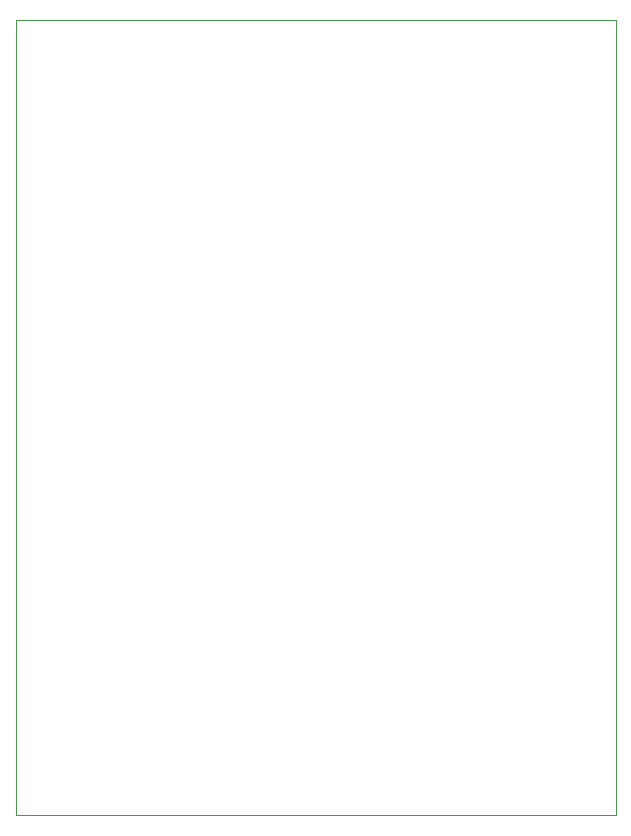
<source format=gm1>
G04 #@! TF.GenerationSoftware,KiCad,Pcbnew,5.1.2-f72e74a~84~ubuntu18.04.1*
G04 #@! TF.CreationDate,2019-06-13T20:11:50+02:00*
G04 #@! TF.ProjectId,cpu_luefter_ansteuerung,6370755f-6c75-4656-9674-65725f616e73,rev?*
G04 #@! TF.SameCoordinates,Original*
G04 #@! TF.FileFunction,Profile,NP*
%FSLAX46Y46*%
G04 Gerber Fmt 4.6, Leading zero omitted, Abs format (unit mm)*
G04 Created by KiCad (PCBNEW 5.1.2-f72e74a~84~ubuntu18.04.1) date 2019-06-13 20:11:50*
%MOMM*%
%LPD*%
G04 APERTURE LIST*
%ADD10C,0.100000*%
G04 APERTURE END LIST*
D10*
X101600000Y-72390000D02*
X102870000Y-72390000D01*
X101600000Y-139700000D02*
X101600000Y-72390000D01*
X152400000Y-139700000D02*
X101600000Y-139700000D01*
X152400000Y-72390000D02*
X152400000Y-139700000D01*
X102870000Y-72390000D02*
X152400000Y-72390000D01*
M02*

</source>
